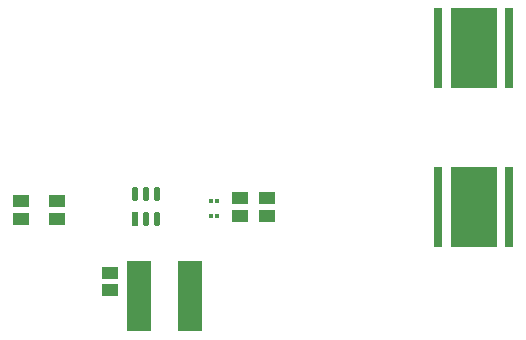
<source format=gtp>
G04*
G04 #@! TF.GenerationSoftware,Altium Limited,Altium Designer,26.1.1 (7)*
G04*
G04 Layer_Color=8421504*
%FSLAX25Y25*%
%MOIN*%
G70*
G04*
G04 #@! TF.SameCoordinates,7FDA374B-3F72-4115-8A6B-894D552E39AA*
G04*
G04*
G04 #@! TF.FilePolarity,Positive*
G04*
G01*
G75*
G04:AMPARAMS|DCode=16|XSize=12.99mil|YSize=15.75mil|CornerRadius=3.25mil|HoleSize=0mil|Usage=FLASHONLY|Rotation=180.000|XOffset=0mil|YOffset=0mil|HoleType=Round|Shape=RoundedRectangle|*
%AMROUNDEDRECTD16*
21,1,0.01299,0.00925,0,0,180.0*
21,1,0.00650,0.01575,0,0,180.0*
1,1,0.00650,-0.00325,0.00463*
1,1,0.00650,0.00325,0.00463*
1,1,0.00650,0.00325,-0.00463*
1,1,0.00650,-0.00325,-0.00463*
%
%ADD16ROUNDEDRECTD16*%
G04:AMPARAMS|DCode=17|XSize=14.96mil|YSize=15.75mil|CornerRadius=3.74mil|HoleSize=0mil|Usage=FLASHONLY|Rotation=180.000|XOffset=0mil|YOffset=0mil|HoleType=Round|Shape=RoundedRectangle|*
%AMROUNDEDRECTD17*
21,1,0.01496,0.00827,0,0,180.0*
21,1,0.00748,0.01575,0,0,180.0*
1,1,0.00748,-0.00374,0.00413*
1,1,0.00748,0.00374,0.00413*
1,1,0.00748,0.00374,-0.00413*
1,1,0.00748,-0.00374,-0.00413*
%
%ADD17ROUNDEDRECTD17*%
G04:AMPARAMS|DCode=18|XSize=49.38mil|YSize=20.95mil|CornerRadius=10.48mil|HoleSize=0mil|Usage=FLASHONLY|Rotation=90.000|XOffset=0mil|YOffset=0mil|HoleType=Round|Shape=RoundedRectangle|*
%AMROUNDEDRECTD18*
21,1,0.04938,0.00000,0,0,90.0*
21,1,0.02843,0.02095,0,0,90.0*
1,1,0.02095,0.00000,0.01422*
1,1,0.02095,0.00000,-0.01422*
1,1,0.02095,0.00000,-0.01422*
1,1,0.02095,0.00000,0.01422*
%
%ADD18ROUNDEDRECTD18*%
%ADD19R,0.01496X0.01575*%
%ADD20R,0.15354X0.26614*%
%ADD21R,0.02756X0.26614*%
%ADD22R,0.05512X0.04331*%
%ADD23R,0.02095X0.04938*%
%ADD24R,0.07900X0.23600*%
D16*
X127556Y74736D02*
D03*
D17*
X125253D02*
D03*
D18*
X107481Y77162D02*
D03*
X100001D02*
D03*
X103741D02*
D03*
X107481Y68892D02*
D03*
X103741D02*
D03*
D19*
X125304Y69787D02*
D03*
X127517D02*
D03*
D20*
X213000Y126000D02*
D03*
Y73000D02*
D03*
D21*
X224811Y126000D02*
D03*
Y73000D02*
D03*
X201189D02*
D03*
Y126000D02*
D03*
D22*
X144203Y75740D02*
D03*
X135203D02*
D03*
X74000Y68968D02*
D03*
X62000Y69016D02*
D03*
X144203Y69835D02*
D03*
X135203D02*
D03*
X74000Y74874D02*
D03*
X62000Y74921D02*
D03*
X91741Y50980D02*
D03*
Y45075D02*
D03*
D23*
X100001Y68892D02*
D03*
D24*
X118241Y43027D02*
D03*
X101241D02*
D03*
M02*

</source>
